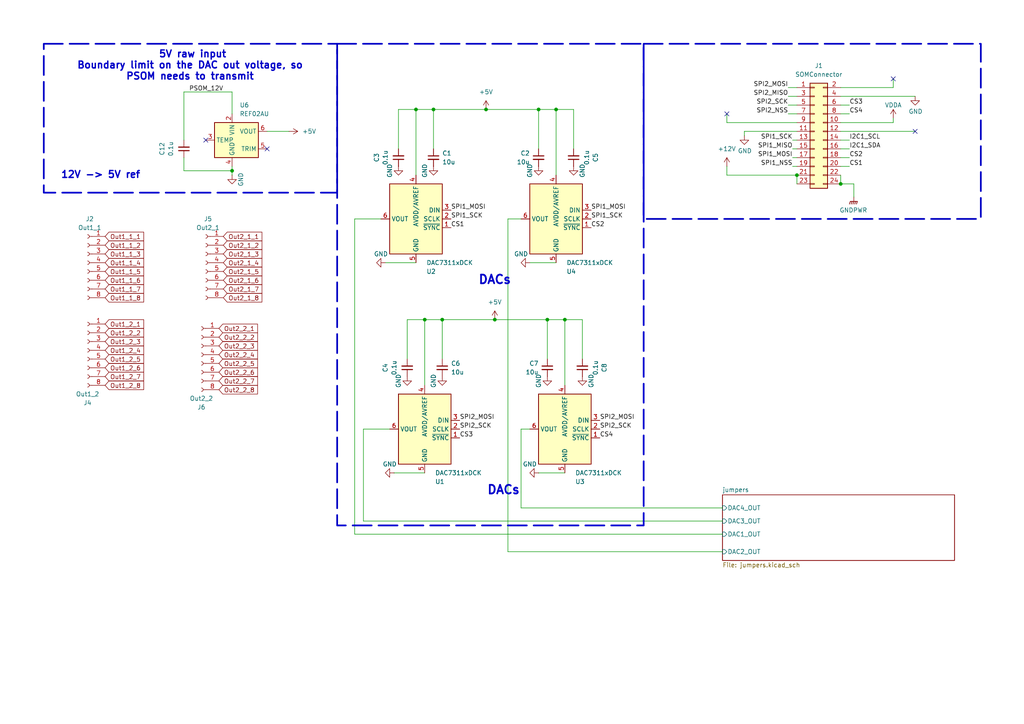
<source format=kicad_sch>
(kicad_sch (version 20231120) (generator "eeschema") (generator_version "8.0")
  (paper "A4")
  (lib_symbols
    (symbol "Analog_DAC:DAC7311xDCK"
      (property "Reference" "U" (at -7.62 11.43 0))
      (property "Value" "DAC7311xDCK" (at 7.62 -11.43 0))
      (symbol "DAC7311xDCK_0_1"
        (rectangle (start -7.62 10.16) (end 7.62 -10.16) (stroke (width 0.254)) (fill (type background)))
      )
      (symbol "DAC7311xDCK_1_1"
        (pin input line (at -10.16 -2.54 0) (length 2.54) (name "~{SYNC}") (number "1"))
        (pin input line (at -10.16 0 0) (length 2.54) (name "SCLK") (number "2"))
        (pin input line (at -10.16 2.54 0) (length 2.54) (name "DIN") (number "3"))
        (pin power_in line (at 0 12.7 270) (length 2.54) (name "AVDD/AVREF") (number "4"))
        (pin power_in line (at 0 -12.7 90) (length 2.54) (name "GND") (number "5"))
        (pin output line (at 10.16 0 180) (length 2.54) (name "VOUT") (number "6"))
      )
    )
    (symbol "Connector:Conn_01x08_Socket" (pin_names (offset 1.016) hide)
      (property "Reference" "J" (at 0 10.16 0))
      (property "Value" "Conn_01x08_Socket" (at 0 -12.7 0))
      (symbol "Conn_01x08_Socket_1_1"
        (arc (start 0 -9.652) (mid -0.5058 -10.16) (end 0 -10.668) (stroke (width 0.1524)))
        (arc (start 0 -7.112) (mid -0.5058 -7.62) (end 0 -8.128) (stroke (width 0.1524)))
        (arc (start 0 -4.572) (mid -0.5058 -5.08) (end 0 -5.588) (stroke (width 0.1524)))
        (arc (start 0 -2.032) (mid -0.5058 -2.54) (end 0 -3.048) (stroke (width 0.1524)))
        (polyline (pts (xy -1.27 -10.16) (xy -0.508 -10.16)) (stroke (width 0.1524)))
        (polyline (pts (xy -1.27 -7.62) (xy -0.508 -7.62)) (stroke (width 0.1524)))
        (polyline (pts (xy -1.27 -5.08) (xy -0.508 -5.08)) (stroke (width 0.1524)))
        (polyline (pts (xy -1.27 -2.54) (xy -0.508 -2.54)) (stroke (width 0.1524)))
        (polyline (pts (xy -1.27 0) (xy -0.508 0)) (stroke (width 0.1524)))
        (polyline (pts (xy -1.27 2.54) (xy -0.508 2.54)) (stroke (width 0.1524)))
        (polyline (pts (xy -1.27 5.08) (xy -0.508 5.08)) (stroke (width 0.1524)))
        (polyline (pts (xy -1.27 7.62) (xy -0.508 7.62)) (stroke (width 0.1524)))
        (arc (start 0 0.508) (mid -0.5058 0) (end 0 -0.508) (stroke (width 0.1524)))
        (arc (start 0 3.048) (mid -0.5058 2.54) (end 0 2.032) (stroke (width 0.1524)))
        (arc (start 0 5.588) (mid -0.5058 5.08) (end 0 4.572) (stroke (width 0.1524)))
        (arc (start 0 8.128) (mid -0.5058 7.62) (end 0 7.112) (stroke (width 0.1524)))
        (pin passive line (at -5.08 7.62 0) (length 3.81) (name "Pin_1") (number "1"))
        (pin passive line (at -5.08 5.08 0) (length 3.81) (name "Pin_2") (number "2"))
        (pin passive line (at -5.08 2.54 0) (length 3.81) (name "Pin_3") (number "3"))
        (pin passive line (at -5.08 0 0) (length 3.81) (name "Pin_4") (number "4"))
        (pin passive line (at -5.08 -2.54 0) (length 3.81) (name "Pin_5") (number "5"))
        (pin passive line (at -5.08 -5.08 0) (length 3.81) (name "Pin_6") (number "6"))
        (pin passive line (at -5.08 -7.62 0) (length 3.81) (name "Pin_7") (number "7"))
        (pin passive line (at -5.08 -10.16 0) (length 3.81) (name "Pin_8") (number "8"))
      )
    )
    (symbol "Connector_Generic:Conn_02x12_Odd_Even" (pin_names (offset 1.016) hide)
      (property "Reference" "J" (at 1.27 15.24 0))
      (property "Value" "Conn_02x12_Odd_Even" (at 1.27 -17.78 0))
      (symbol "Conn_02x12_Odd_Even_1_1"
        (rectangle (start -1.27 -15.113) (end 0 -15.367) (stroke (width 0.1524)))
        (rectangle (start -1.27 -12.573) (end 0 -12.827) (stroke (width 0.1524)))
        (rectangle (start -1.27 -10.033) (end 0 -10.287) (stroke (width 0.1524)))
        (rectangle (start -1.27 -7.493) (end 0 -7.747) (stroke (width 0.1524)))
        (rectangle (start -1.27 -4.953) (end 0 -5.207) (stroke (width 0.1524)))
        (rectangle (start -1.27 -2.413) (end 0 -2.667) (stroke (width 0.1524)))
        (rectangle (start -1.27 0.127) (end 0 -0.127) (stroke (width 0.1524)))
        (rectangle (start -1.27 2.667) (end 0 2.413) (stroke (width 0.1524)))
        (rectangle (start -1.27 5.207) (end 0 4.953) (stroke (width 0.1524)))
        (rectangle (start -1.27 7.747) (end 0 7.493) (stroke (width 0.1524)))
        (rectangle (start -1.27 10.287) (end 0 10.033) (stroke (width 0.1524)))
        (rectangle (start -1.27 12.827) (end 0 12.573) (stroke (width 0.1524)))
        (rectangle (start -1.27 13.97) (end 3.81 -16.51) (stroke (width 0.254)) (fill (type background)))
        (rectangle (start 3.81 -15.113) (end 2.54 -15.367) (stroke (width 0.1524)))
        (rectangle (start 3.81 -12.573) (end 2.54 -12.827) (stroke (width 0.1524)))
        (rectangle (start 3.81 -10.033) (end 2.54 -10.287) (stroke (width 0.1524)))
        (rectangle (start 3.81 -7.493) (end 2.54 -7.747) (stroke (width 0.1524)))
        (rectangle (start 3.81 -4.953) (end 2.54 -5.207) (stroke (width 0.1524)))
        (rectangle (start 3.81 -2.413) (end 2.54 -2.667) (stroke (width 0.1524)))
        (rectangle (start 3.81 0.127) (end 2.54 -0.127) (stroke (width 0.1524)))
        (rectangle (start 3.81 2.667) (end 2.54 2.413) (stroke (width 0.1524)))
        (rectangle (start 3.81 5.207) (end 2.54 4.953) (stroke (width 0.1524)))
        (rectangle (start 3.81 7.747) (end 2.54 7.493) (stroke (width 0.1524)))
        (rectangle (start 3.81 10.287) (end 2.54 10.033) (stroke (width 0.1524)))
        (rectangle (start 3.81 12.827) (end 2.54 12.573) (stroke (width 0.1524)))
        (pin passive line (at -5.08 12.7 0) (length 3.81) (name "Pin_1") (number "1"))
        (pin passive line (at 7.62 2.54 180) (length 3.81) (name "Pin_10") (number "10"))
        (pin passive line (at -5.08 0 0) (length 3.81) (name "Pin_11") (number "11"))
        (pin passive line (at 7.62 0 180) (length 3.81) (name "Pin_12") (number "12"))
        (pin passive line (at -5.08 -2.54 0) (length 3.81) (name "Pin_13") (number "13"))
        (pin passive line (at 7.62 -2.54 180) (length 3.81) (name "Pin_14") (number "14"))
        (pin passive line (at -5.08 -5.08 0) (length 3.81) (name "Pin_15") (number "15"))
        (pin passive line (at 7.62 -5.08 180) (length 3.81) (name "Pin_16") (number "16"))
        (pin passive line (at -5.08 -7.62 0) (length 3.81) (name "Pin_17") (number "17"))
        (pin passive line (at 7.62 -7.62 180) (length 3.81) (name "Pin_18") (number "18"))
        (pin passive line (at -5.08 -10.16 0) (length 3.81) (name "Pin_19") (number "19"))
        (pin passive line (at 7.62 12.7 180) (length 3.81) (name "Pin_2") (number "2"))
        (pin passive line (at 7.62 -10.16 180) (length 3.81) (name "Pin_20") (number "20"))
        (pin passive line (at -5.08 -12.7 0) (length 3.81) (name "Pin_21") (number "21"))
        (pin passive line (at 7.62 -12.7 180) (length 3.81) (name "Pin_22") (number "22"))
        (pin passive line (at -5.08 -15.24 0) (length 3.81) (name "Pin_23") (number "23"))
        (pin passive line (at 7.62 -15.24 180) (length 3.81) (name "Pin_24") (number "24"))
        (pin passive line (at -5.08 10.16 0) (length 3.81) (name "Pin_3") (number "3"))
        (pin passive line (at 7.62 10.16 180) (length 3.81) (name "Pin_4") (number "4"))
        (pin passive line (at -5.08 7.62 0) (length 3.81) (name "Pin_5") (number "5"))
        (pin passive line (at 7.62 7.62 180) (length 3.81) (name "Pin_6") (number "6"))
        (pin passive line (at -5.08 5.08 0) (length 3.81) (name "Pin_7") (number "7"))
        (pin passive line (at 7.62 5.08 180) (length 3.81) (name "Pin_8") (number "8"))
        (pin passive line (at -5.08 2.54 0) (length 3.81) (name "Pin_9") (number "9"))
      )
    )
    (symbol "Device:C_Small" (pin_numbers hide) (pin_names (offset 0.254) hide)
      (property "Reference" "C" (at 0.254 1.778 0))
      (property "Value" "C_Small" (at 0.254 -2.032 0))
      (symbol "C_Small_0_1"
        (polyline (pts (xy -1.524 -0.508) (xy 1.524 -0.508)) (stroke (width 0.3302)))
        (polyline (pts (xy -1.524 0.508) (xy 1.524 0.508)) (stroke (width 0.3048)))
      )
      (symbol "C_Small_1_1"
        (pin passive line (at 0 2.54 270) (length 2.032) (name "~") (number "1"))
        (pin passive line (at 0 -2.54 90) (length 2.032) (name "~") (number "2"))
      )
    )
    (symbol "Reference_Voltage:REF02AU"
      (property "Reference" "U" (at 1.905 8.255 0))
      (property "Value" "REF02AU" (at 0.635 6.35 0))
      (symbol "REF02AU_0_1"
        (rectangle (start -5.08 5.08) (end 7.62 -5.08) (stroke (width 0.254)) (fill (type background)))
      )
      (symbol "REF02AU_1_1"
        (pin no_connect line (at 2.54 -5.08 90) (length 2.54) hide (name "NC") (number "1"))
        (pin power_in line (at 0 7.62 270) (length 2.54) (name "VIN") (number "2"))
        (pin passive line (at -7.62 0 0) (length 2.54) (name "TEMP") (number "3"))
        (pin power_in line (at 0 -7.62 90) (length 2.54) (name "GND") (number "4"))
        (pin passive line (at 10.16 -2.54 180) (length 2.54) (name "TRIM") (number "5"))
        (pin power_out line (at 10.16 2.54 180) (length 2.54) (name "VOUT") (number "6"))
        (pin no_connect line (at -2.54 -5.08 90) (length 2.54) hide (name "NC") (number "7"))
        (pin no_connect line (at 7.62 0 180) (length 2.54) hide (name "NC") (number "8"))
      )
    )
    (symbol "power:+12V" (power) (pin_numbers hide) (pin_names (offset 0) hide)
      (property "Value" "+12V" (at 0 3.556 0))
      (symbol "+12V_0_1"
        (polyline (pts (xy -0.762 1.27) (xy 0 2.54)))
        (polyline (pts (xy 0 0) (xy 0 2.54)))
        (polyline (pts (xy 0 2.54) (xy 0.762 1.27)))
      )
      (symbol "+12V_1_1"
        (pin power_in line (at 0 0 90) (length 0) (name "~") (number "1"))
      )
    )
    (symbol "power:+5V" (power) (pin_numbers hide) (pin_names (offset 0) hide)
      (property "Value" "+5V" (at 0 3.556 0))
      (symbol "+5V_0_1"
        (polyline (pts (xy -0.762 1.27) (xy 0 2.54)))
        (polyline (pts (xy 0 0) (xy 0 2.54)))
        (polyline (pts (xy 0 2.54) (xy 0.762 1.27)))
      )
      (symbol "+5V_1_1"
        (pin power_in line (at 0 0 90) (length 0) (name "~") (number "1"))
      )
    )
    (symbol "power:GND" (power) (pin_numbers hide) (pin_names (offset 0) hide)
      (property "Value" "GND" (at 0 -3.81 0))
      (symbol "GND_0_1"
        (polyline (pts (xy 0 0) (xy 0 -1.27) (xy 1.27 -1.27) (xy 0 -2.54) (xy -1.27 -1.27) (xy 0 -1.27)))
      )
      (symbol "GND_1_1"
        (pin power_in line (at 0 0 270) (length 0) (name "~") (number "1"))
      )
    )
    (symbol "power:GNDPWR" (power) (pin_numbers hide) (pin_names (offset 0) hide)
      (property "Value" "GNDPWR" (at 0 -3.302 0))
      (symbol "GNDPWR_0_1"
        (polyline (pts (xy 0 -1.27) (xy 0 0)))
        (polyline (pts (xy -1.016 -1.27) (xy -1.27 -2.032) (xy -1.27 -2.032)) (stroke (width 0.2032)))
        (polyline (pts (xy -0.508 -1.27) (xy -0.762 -2.032) (xy -0.762 -2.032)) (stroke (width 0.2032)))
        (polyline (pts (xy 0 -1.27) (xy -0.254 -2.032) (xy -0.254 -2.032)) (stroke (width 0.2032)))
        (polyline (pts (xy 0.508 -1.27) (xy 0.254 -2.032) (xy 0.254 -2.032)) (stroke (width 0.2032)))
        (polyline (pts (xy 1.016 -1.27) (xy -1.016 -1.27) (xy -1.016 -1.27)) (stroke (width 0.2032)))
        (polyline (pts (xy 1.016 -1.27) (xy 0.762 -2.032) (xy 0.762 -2.032) (xy 0.762 -2.032)) (stroke (width 0.2032)))
      )
      (symbol "GNDPWR_1_1"
        (pin power_in line (at 0 0 270) (length 0) (name "~") (number "1"))
      )
    )
    (symbol "power:VDDA" (power) (pin_names (offset 0))
      (property "Value" "VDDA" (at 0 3.81 0))
      (symbol "VDDA_0_1"
        (polyline (pts (xy -0.762 1.27) (xy 0 2.54)))
        (polyline (pts (xy 0 0) (xy 0 2.54)))
        (polyline (pts (xy 0 2.54) (xy 0.762 1.27)))
      )
      (symbol "VDDA_1_1"
        (pin power_in line (at 0 0 90) (length 0) hide (name "VDDA") (number "1"))
      )
    )
  )
  (junction (at 120.65 31.75))
  (junction (at 143.51 92.71))
  (junction (at 140.97 31.75))
  (junction (at 156.21 31.75))
  (junction (at 243.84 53.34))
  (junction (at 231.14 50.8))
  (junction (at 123.19 92.71))
  (junction (at 161.29 31.75))
  (junction (at 158.75 92.71))
  (junction (at 128.27 92.71))
  (junction (at 67.31 49.53))
  (junction (at 163.83 92.71))
  (junction (at 125.73 31.75))
  (no_connect (at 210.82 33.02))
  (no_connect (at 259.08 22.86))
  (no_connect (at 265.43 38.1))
  (no_connect (at 59.69 40.64))
  (no_connect (at 77.47 43.18))
  (wire (pts (xy 53.34 49.53) (xy 67.31 49.53)))
  (wire (pts (xy 158.75 104.14) (xy 158.75 92.71)))
  (wire (pts (xy 243.84 30.48) (xy 246.38 30.48)))
  (wire (pts (xy 77.47 38.1) (xy 83.82 38.1)))
  (wire (pts (xy 147.32 63.5) (xy 147.32 160.02)))
  (wire (pts (xy 102.87 63.5) (xy 110.49 63.5)))
  (wire (pts (xy 53.34 26.67) (xy 53.34 40.64)))
  (wire (pts (xy 140.97 31.75) (xy 156.21 31.75)))
  (wire (pts (xy 153.67 76.2) (xy 161.29 76.2)))
  (wire (pts (xy 143.51 92.71) (xy 158.75 92.71)))
  (wire (pts (xy 120.65 31.75) (xy 120.65 50.8)))
  (wire (pts (xy 229.87 48.26) (xy 231.14 48.26)))
  (wire (pts (xy 125.73 31.75) (xy 125.73 43.18)))
  (wire (pts (xy 67.31 49.53) (xy 67.31 48.26)))
  (wire (pts (xy 210.82 50.8) (xy 231.14 50.8)))
  (wire (pts (xy 243.84 50.8) (xy 243.84 53.34)))
  (wire (pts (xy 243.84 38.1) (xy 265.43 38.1)))
  (wire (pts (xy 125.73 31.75) (xy 120.65 31.75)))
  (wire (pts (xy 128.27 92.71) (xy 123.19 92.71)))
  (wire (pts (xy 105.41 124.46) (xy 105.41 151.13)))
  (wire (pts (xy 243.84 45.72) (xy 246.38 45.72)))
  (wire (pts (xy 229.87 40.64) (xy 231.14 40.64)))
  (wire (pts (xy 166.37 43.18) (xy 166.37 31.75)))
  (wire (pts (xy 115.57 31.75) (xy 120.65 31.75)))
  (wire (pts (xy 156.21 137.16) (xy 163.83 137.16)))
  (wire (pts (xy 143.51 92.71) (xy 128.27 92.71)))
  (wire (pts (xy 115.57 43.18) (xy 115.57 31.75)))
  (wire (pts (xy 265.43 27.94) (xy 243.84 27.94)))
  (wire (pts (xy 209.55 154.94) (xy 102.87 154.94)))
  (wire (pts (xy 156.21 43.18) (xy 156.21 31.75)))
  (wire (pts (xy 156.21 31.75) (xy 161.29 31.75)))
  (wire (pts (xy 111.76 76.2) (xy 120.65 76.2)))
  (wire (pts (xy 210.82 35.56) (xy 231.14 35.56)))
  (wire (pts (xy 118.11 92.71) (xy 123.19 92.71)))
  (wire (pts (xy 228.6 27.94) (xy 231.14 27.94)))
  (wire (pts (xy 161.29 31.75) (xy 161.29 50.8)))
  (wire (pts (xy 118.11 104.14) (xy 118.11 92.71)))
  (wire (pts (xy 243.84 48.26) (xy 246.38 48.26)))
  (wire (pts (xy 243.84 40.64) (xy 246.38 40.64)))
  (wire (pts (xy 228.6 30.48) (xy 231.14 30.48)))
  (wire (pts (xy 163.83 92.71) (xy 163.83 111.76)))
  (wire (pts (xy 53.34 26.67) (xy 67.31 26.67)))
  (wire (pts (xy 140.97 31.75) (xy 125.73 31.75)))
  (wire (pts (xy 229.87 45.72) (xy 231.14 45.72)))
  (wire (pts (xy 123.19 92.71) (xy 123.19 111.76)))
  (wire (pts (xy 210.82 48.26) (xy 210.82 50.8)))
  (wire (pts (xy 210.82 33.02) (xy 210.82 35.56)))
  (wire (pts (xy 151.13 63.5) (xy 147.32 63.5)))
  (wire (pts (xy 247.65 57.15) (xy 247.65 53.34)))
  (wire (pts (xy 229.87 43.18) (xy 231.14 43.18)))
  (wire (pts (xy 228.6 33.02) (xy 231.14 33.02)))
  (wire (pts (xy 147.32 160.02) (xy 209.55 160.02)))
  (wire (pts (xy 259.08 25.4) (xy 243.84 25.4)))
  (wire (pts (xy 228.6 25.4) (xy 231.14 25.4)))
  (wire (pts (xy 215.9 39.37) (xy 215.9 38.1)))
  (wire (pts (xy 243.84 43.18) (xy 246.38 43.18)))
  (wire (pts (xy 128.27 92.71) (xy 128.27 104.14)))
  (wire (pts (xy 231.14 50.8) (xy 231.14 53.34)))
  (wire (pts (xy 168.91 104.14) (xy 168.91 92.71)))
  (wire (pts (xy 247.65 53.34) (xy 243.84 53.34)))
  (wire (pts (xy 67.31 49.53) (xy 67.31 50.8)))
  (wire (pts (xy 209.55 147.32) (xy 151.13 147.32)))
  (wire (pts (xy 259.08 22.86) (xy 259.08 25.4)))
  (wire (pts (xy 105.41 151.13) (xy 209.55 151.13)))
  (wire (pts (xy 243.84 33.02) (xy 246.38 33.02)))
  (wire (pts (xy 114.3 137.16) (xy 123.19 137.16)))
  (wire (pts (xy 153.67 124.46) (xy 151.13 124.46)))
  (wire (pts (xy 215.9 38.1) (xy 231.14 38.1)))
  (wire (pts (xy 113.03 124.46) (xy 105.41 124.46)))
  (wire (pts (xy 166.37 31.75) (xy 161.29 31.75)))
  (wire (pts (xy 151.13 124.46) (xy 151.13 147.32)))
  (wire (pts (xy 259.08 35.56) (xy 243.84 35.56)))
  (wire (pts (xy 102.87 154.94) (xy 102.87 63.5)))
  (wire (pts (xy 158.75 92.71) (xy 163.83 92.71)))
  (wire (pts (xy 67.31 33.02) (xy 67.31 26.67)))
  (wire (pts (xy 168.91 92.71) (xy 163.83 92.71)))
  (wire (pts (xy 53.34 45.72) (xy 53.34 49.53)))
  (wire (pts (xy 259.08 34.29) (xy 259.08 35.56)))
  (rectangle (start 97.79 12.7) (end 186.69 152.4) (stroke (width 0.5) (type dash)))
  (rectangle (start 186.69 12.7) (end 284.48 63.5) (stroke (width 0.5) (type dash)))
  (rectangle (start 12.7 12.7) (end 97.79 55.88) (stroke (width 0.5) (type dash)))
  (text "DACs" (at 143.51 81.28 0) (effects (font (size 2.5 2.5) (thickness 0.5) (bold yes))))
  (text "DACs" (at 146.05 142.24 0) (effects (font (size 2.5 2.5) (thickness 0.5) (bold yes))))
  (text "5V raw input\nBoundary limit on the DAC out voltage, so \nPSOM needs to transmit " (at 55.88 19.05 0) (effects (font (size 2 2) (thickness 0.4) (bold yes))))
  (text "12V -> 5V ref" (at 29.21 50.8 0) (effects (font (size 2 2) (thickness 0.4) (bold yes))))
  (label "SPI1_MOSI" (at 229.87 45.72 180))
  (label "SPI1_SCK" (at 229.87 40.64 180))
  (label "SPI1_MISO" (at 229.87 43.18 180))
  (label "SPI2_MISO" (at 228.6 27.94 180))
  (label "CS2" (at 171.45 66.04 0))
  (label "CS1" (at 246.38 48.26 0))
  (label "CS4" (at 173.99 127 0))
  (label "SPI2_SCK" (at 228.6 30.48 180))
  (label "CS2" (at 246.38 45.72 0))
  (label "SPI2_MOSI" (at 228.6 25.4 180))
  (label "SPI2_SCK" (at 173.99 124.46 0))
  (label "I2C1_SCL" (at 246.38 40.64 0))
  (label "SPI2_SCK" (at 133.35 124.46 0))
  (label "SPI1_MOSI" (at 130.81 60.96 0))
  (label "SPI2_MOSI" (at 173.99 121.92 0))
  (label "CS1" (at 130.81 66.04 0))
  (label "SPI1_NSS" (at 229.87 48.26 180))
  (label "PSOM_12V" (at 64.77 26.67 180))
  (label "CS3" (at 246.38 30.48 0))
  (label "CS4" (at 246.38 33.02 0))
  (label "SPI2_NSS" (at 228.6 33.02 180))
  (label "SPI2_MOSI" (at 133.35 121.92 0))
  (label "SPI1_SCK" (at 130.81 63.5 0))
  (label "SPI1_SCK" (at 171.45 63.5 0))
  (label "CS3" (at 133.35 127 0))
  (label "SPI1_MOSI" (at 171.45 60.96 0))
  (label "I2C1_SDA" (at 246.38 43.18 0))
  (global_label "Out2_2_3" (shape input) (at 63.5 100.33 0) (property "Intersheetrefs" "${INTERSHEET_REFS}" (effects (hide yes))))
  (global_label "Out1_1_6" (shape input) (at 30.48 81.28 0) (property "Intersheetrefs" "${INTERSHEET_REFS}" (effects (hide yes))))
  (global_label "Out2_2_5" (shape input) (at 63.5 105.41 0) (property "Intersheetrefs" "${INTERSHEET_REFS}" (effects (hide yes))))
  (global_label "Out1_2_4" (shape input) (at 30.48 101.6 0) (property "Intersheetrefs" "${INTERSHEET_REFS}" (effects (hide yes))))
  (global_label "Out1_1_2" (shape input) (at 30.48 71.12 0) (property "Intersheetrefs" "${INTERSHEET_REFS}" (effects (hide yes))))
  (global_label "Out1_2_3" (shape input) (at 30.48 99.06 0) (property "Intersheetrefs" "${INTERSHEET_REFS}" (effects (hide yes))))
  (global_label "Out2_1_8" (shape input) (at 64.77 86.36 0) (property "Intersheetrefs" "${INTERSHEET_REFS}" (effects (hide yes))))
  (global_label "Out2_2_2" (shape input) (at 63.5 97.79 0) (property "Intersheetrefs" "${INTERSHEET_REFS}" (effects (hide yes))))
  (global_label "Out1_1_4" (shape input) (at 30.48 76.2 0) (property "Intersheetrefs" "${INTERSHEET_REFS}" (effects (hide yes))))
  (global_label "Out2_2_8" (shape input) (at 63.5 113.03 0) (property "Intersheetrefs" "${INTERSHEET_REFS}" (effects (hide yes))))
  (global_label "Out2_2_1" (shape input) (at 63.5 95.25 0) (property "Intersheetrefs" "${INTERSHEET_REFS}" (effects (hide yes))))
  (global_label "Out2_2_4" (shape input) (at 63.5 102.87 0) (property "Intersheetrefs" "${INTERSHEET_REFS}" (effects (hide yes))))
  (global_label "Out2_1_5" (shape input) (at 64.77 78.74 0) (property "Intersheetrefs" "${INTERSHEET_REFS}" (effects (hide yes))))
  (global_label "Out2_1_1" (shape input) (at 64.77 68.58 0) (property "Intersheetrefs" "${INTERSHEET_REFS}" (effects (hide yes))))
  (global_label "Out2_2_7" (shape input) (at 63.5 110.49 0) (property "Intersheetrefs" "${INTERSHEET_REFS}" (effects (hide yes))))
  (global_label "Out1_1_7" (shape input) (at 30.48 83.82 0) (property "Intersheetrefs" "${INTERSHEET_REFS}" (effects (hide yes))))
  (global_label "Out2_2_6" (shape input) (at 63.5 107.95 0) (property "Intersheetrefs" "${INTERSHEET_REFS}" (effects (hide yes))))
  (global_label "Out2_1_2" (shape input) (at 64.77 71.12 0) (property "Intersheetrefs" "${INTERSHEET_REFS}" (effects (hide yes))))
  (global_label "Out2_1_6" (shape input) (at 64.77 81.28 0) (property "Intersheetrefs" "${INTERSHEET_REFS}" (effects (hide yes))))
  (global_label "Out1_2_7" (shape input) (at 30.48 109.22 0) (property "Intersheetrefs" "${INTERSHEET_REFS}" (effects (hide yes))))
  (global_label "Out2_1_7" (shape input) (at 64.77 83.82 0) (property "Intersheetrefs" "${INTERSHEET_REFS}" (effects (hide yes))))
  (global_label "Out2_1_3" (shape input) (at 64.77 73.66 0) (property "Intersheetrefs" "${INTERSHEET_REFS}" (effects (hide yes))))
  (global_label "Out1_2_8" (shape input) (at 30.48 111.76 0) (property "Intersheetrefs" "${INTERSHEET_REFS}" (effects (hide yes))))
  (global_label "Out1_2_5" (shape input) (at 30.48 104.14 0) (property "Intersheetrefs" "${INTERSHEET_REFS}" (effects (hide yes))))
  (global_label "Out1_1_3" (shape input) (at 30.48 73.66 0) (property "Intersheetrefs" "${INTERSHEET_REFS}" (effects (hide yes))))
  (global_label "Out1_1_1" (shape input) (at 30.48 68.58 0) (property "Intersheetrefs" "${INTERSHEET_REFS}" (effects (hide yes))))
  (global_label "Out2_1_4" (shape input) (at 64.77 76.2 0) (property "Intersheetrefs" "${INTERSHEET_REFS}" (effects (hide yes))))
  (global_label "Out1_2_6" (shape input) (at 30.48 106.68 0) (property "Intersheetrefs" "${INTERSHEET_REFS}" (effects (hide yes))))
  (global_label "Out1_1_5" (shape input) (at 30.48 78.74 0) (property "Intersheetrefs" "${INTERSHEET_REFS}" (effects (hide yes))))
  (global_label "Out1_2_1" (shape input) (at 30.48 93.98 0) (property "Intersheetrefs" "${INTERSHEET_REFS}" (effects (hide yes))))
  (global_label "Out1_1_8" (shape input) (at 30.48 86.36 0) (property "Intersheetrefs" "${INTERSHEET_REFS}" (effects (hide yes))))
  (global_label "Out1_2_2" (shape input) (at 30.48 96.52 0) (property "Intersheetrefs" "${INTERSHEET_REFS}" (effects (hide yes))))
  (symbol (lib_id "power:VDDA") (at 259.08 34.29 0) (unit 1)
    (property "Reference" "#PWR028" (effects (hide yes)))
    (property "Value" "VDDA" (at 259.08 30.48 0))
    (property "Description" "Power symbol creates a global label with name \"VDDA\"" (effects (hide yes)))
  )
  (symbol (lib_id "power:GND") (at 265.43 27.94 0) (unit 1)
    (property "Reference" "#PWR029" (effects (hide yes)))
    (property "Value" "GND" (at 265.557 32.3342 0))
    (property "Description" "Power symbol creates a global label with name \"GND\" , ground" (effects (hide yes)))
  )
  (symbol (lib_id "Connector:Conn_01x08_Socket") (at 59.69 76.2 0) (mirror y) (unit 1)
    (property "Reference" "J5" (at 60.325 63.5 0))
    (property "Value" "Out2_1" (at 60.325 66.04 0))
    (property "Footprint" "Connector_Molex:Molex_Micro-Fit_3.0_43650-0815_1x08_P3.00mm_Vertical" (effects (hide yes)))
    (property "Description" "Generic connector, single row, 01x08, script generated" (effects (hide yes)))
  )
  (symbol (lib_id "Device:C_Small") (at 168.91 106.68 0) (mirror x) (unit 1)
    (property "Reference" "C8" (at 175.26 106.6737 90))
    (property "Value" "0.1u" (at 172.72 106.6737 90))
    (property "Footprint" "Capacitor_SMD:C_0805_2012Metric_Pad1.18x1.45mm_HandSolder" (effects (hide yes)))
    (property "Description" "Unpolarized capacitor, small symbol" (effects (hide yes)))
  )
  (symbol (lib_id "power:GND") (at 114.3 137.16 270) (unit 1)
    (property "Reference" "#PWR016" (effects (hide yes)))
    (property "Value" "GND" (at 113.03 134.62 90))
    (property "Description" "Power symbol creates a global label with name \"GND\" , ground" (effects (hide yes)))
  )
  (symbol (lib_id "Device:C_Small") (at 128.27 106.68 0) (unit 1)
    (property "Reference" "C6" (at 130.81 105.4162 0) (effects (justify left)))
    (property "Value" "10u" (at 130.81 107.9562 0) (effects (justify left)))
    (property "Footprint" "Capacitor_SMD:C_0805_2012Metric_Pad1.18x1.45mm_HandSolder" (effects (hide yes)))
    (property "Description" "Unpolarized capacitor, small symbol" (effects (hide yes)))
  )
  (symbol (lib_id "Device:C_Small") (at 166.37 45.72 0) (mirror x) (unit 1)
    (property "Reference" "C5" (at 172.72 45.7137 90))
    (property "Value" "0.1u" (at 170.18 45.7137 90))
    (property "Footprint" "Capacitor_SMD:C_0805_2012Metric_Pad1.18x1.45mm_HandSolder" (effects (hide yes)))
    (property "Description" "Unpolarized capacitor, small symbol" (effects (hide yes)))
  )
  (symbol (lib_id "power:+5V") (at 143.51 92.71 0) (unit 1)
    (property "Reference" "#PWR019" (effects (hide yes)))
    (property "Value" "+5V" (at 143.51 87.63 0))
    (property "Description" "Power symbol creates a global label with name \"+5V\"" (effects (hide yes)))
  )
  (symbol (lib_id "Analog_DAC:DAC7311xDCK") (at 123.19 124.46 0) (mirror y) (unit 1)
    (property "Reference" "U1" (at 126.2065 139.7 0) (effects (justify right)))
    (property "Value" "DAC7311xDCK" (at 126.2065 137.16 0) (effects (justify right)))
    (property "Footprint" "Package_TO_SOT_SMD:SOT-363_SC-70-6" (effects (hide yes)))
    (property "Datasheet" "https://www.ti.com/lit/ds/symlink/dac5311.pdf" (effects (hide yes)))
    (property "Description" "12-Bit, Single-Channel, Voltage Output, Serial Interface Digital-to-Analog Converters, SC-70" (effects (hide yes)))
  )
  (symbol (lib_id "Analog_DAC:DAC7311xDCK") (at 163.83 124.46 0) (mirror y) (unit 1)
    (property "Reference" "U3" (at 166.8465 139.7 0) (effects (justify right)))
    (property "Value" "DAC7311xDCK" (at 166.8465 137.16 0) (effects (justify right)))
    (property "Footprint" "Package_TO_SOT_SMD:SOT-363_SC-70-6" (effects (hide yes)))
    (property "Datasheet" "https://www.ti.com/lit/ds/symlink/dac5311.pdf" (effects (hide yes)))
    (property "Description" "12-Bit, Single-Channel, Voltage Output, Serial Interface Digital-to-Analog Converters, SC-70" (effects (hide yes)))
  )
  (symbol (lib_id "power:GND") (at 125.73 48.26 0) (unit 1)
    (property "Reference" "#PWR09" (effects (hide yes)))
    (property "Value" "GND" (at 123.19 49.53 90))
    (property "Description" "Power symbol creates a global label with name \"GND\" , ground" (effects (hide yes)))
  )
  (symbol (lib_id "Connector:Conn_01x08_Socket") (at 58.42 102.87 0) (mirror y) (unit 1)
    (property "Reference" "J6" (at 58.42 118.11 0))
    (property "Value" "Out2_2" (at 58.42 115.57 0))
    (property "Footprint" "Connector_Molex:Molex_Micro-Fit_3.0_43650-0815_1x08_P3.00mm_Vertical" (effects (hide yes)))
    (property "Description" "Generic connector, single row, 01x08, script generated" (effects (hide yes)))
  )
  (symbol (lib_id "power:GND") (at 115.57 48.26 0) (unit 1)
    (property "Reference" "#PWR014" (effects (hide yes)))
    (property "Value" "GND" (at 113.03 49.53 90))
    (property "Description" "Power symbol creates a global label with name \"GND\" , ground" (effects (hide yes)))
  )
  (symbol (lib_id "Reference_Voltage:REF02AU") (at 67.31 40.64 0) (unit 1)
    (property "Reference" "U6" (at 69.5041 30.48 0) (effects (justify left)))
    (property "Value" "REF02AU" (at 69.5041 33.02 0) (effects (justify left)))
    (property "Footprint" "Package_SO:SOIC-8_3.9x4.9mm_P1.27mm" (effects (hide yes)))
    (property "Datasheet" "http://www.ti.com/lit/ds/symlink/ref02.pdf" (effects (hide yes)))
    (property "Description" "5V ±15mV Precision Voltage Reference, SO-8" (effects (hide yes)))
  )
  (symbol (lib_id "power:GND") (at 156.21 137.16 270) (unit 1)
    (property "Reference" "#PWR020" (effects (hide yes)))
    (property "Value" "GND" (at 153.67 134.62 90))
    (property "Description" "Power symbol creates a global label with name \"GND\" , ground" (effects (hide yes)))
  )
  (symbol (lib_id "Analog_DAC:DAC7311xDCK") (at 161.29 63.5 0) (mirror y) (unit 1)
    (property "Reference" "U4" (at 164.3065 78.74 0) (effects (justify right)))
    (property "Value" "DAC7311xDCK" (at 164.3065 76.2 0) (effects (justify right)))
    (property "Footprint" "Package_TO_SOT_SMD:SOT-363_SC-70-6" (effects (hide yes)))
    (property "Datasheet" "https://www.ti.com/lit/ds/symlink/dac5311.pdf" (effects (hide yes)))
    (property "Description" "12-Bit, Single-Channel, Voltage Output, Serial Interface Digital-to-Analog Converters, SC-70" (effects (hide yes)))
  )
  (symbol (lib_id "Connector:Conn_01x08_Socket") (at 25.4 76.2 0) (mirror y) (unit 1)
    (property "Reference" "J2" (at 26.035 63.5 0))
    (property "Value" "Out1_1" (at 26.035 66.04 0))
    (property "Footprint" "Connector_Molex:Molex_Micro-Fit_3.0_43650-0815_1x08_P3.00mm_Vertical" (effects (hide yes)))
    (property "Description" "Generic connector, single row, 01x08, script generated" (effects (hide yes)))
  )
  (symbol (lib_id "power:GND") (at 128.27 109.22 0) (unit 1)
    (property "Reference" "#PWR018" (effects (hide yes)))
    (property "Value" "GND" (at 125.73 110.49 90))
    (property "Description" "Power symbol creates a global label with name \"GND\" , ground" (effects (hide yes)))
  )
  (symbol (lib_id "power:GND") (at 166.37 48.26 0) (mirror y) (unit 1)
    (property "Reference" "#PWR015" (effects (hide yes)))
    (property "Value" "GND" (at 168.91 49.53 90))
    (property "Description" "Power symbol creates a global label with name \"GND\" , ground" (effects (hide yes)))
  )
  (symbol (lib_id "Device:C_Small") (at 156.21 45.72 0) (mirror y) (unit 1)
    (property "Reference" "C2" (at 153.67 44.4562 0) (effects (justify left)))
    (property "Value" "10u" (at 153.67 46.9962 0) (effects (justify left)))
    (property "Footprint" "Capacitor_SMD:C_0805_2012Metric_Pad1.18x1.45mm_HandSolder" (effects (hide yes)))
    (property "Description" "Unpolarized capacitor, small symbol" (effects (hide yes)))
  )
  (symbol (lib_id "Device:C_Small") (at 118.11 106.68 180) (unit 1)
    (property "Reference" "C4" (at 111.76 106.6737 90))
    (property "Value" "0.1u" (at 114.3 106.6737 90))
    (property "Footprint" "Capacitor_SMD:C_0805_2012Metric_Pad1.18x1.45mm_HandSolder" (effects (hide yes)))
    (property "Description" "Unpolarized capacitor, small symbol" (effects (hide yes)))
  )
  (symbol (lib_id "Connector:Conn_01x08_Socket") (at 25.4 101.6 0) (mirror y) (unit 1)
    (property "Reference" "J4" (at 25.4 116.84 0))
    (property "Value" "Out1_2" (at 25.4 114.3 0))
    (property "Footprint" "Connector_Molex:Molex_Micro-Fit_3.0_43650-0815_1x08_P3.00mm_Vertical" (effects (hide yes)))
    (property "Description" "Generic connector, single row, 01x08, script generated" (effects (hide yes)))
  )
  (symbol (lib_id "power:GND") (at 158.75 109.22 0) (unit 1)
    (property "Reference" "#PWR021" (effects (hide yes)))
    (property "Value" "GND" (at 156.21 110.49 90))
    (property "Description" "Power symbol creates a global label with name \"GND\" , ground" (effects (hide yes)))
  )
  (symbol (lib_id "power:+12V") (at 210.82 48.26 0) (unit 1)
    (property "Reference" "#PWR024" (effects (hide yes)))
    (property "Value" "+12V" (at 210.82 43.18 0))
    (property "Description" "Power symbol creates a global label with name \"+12V\"" (effects (hide yes)))
  )
  (symbol (lib_id "power:+5V") (at 140.97 31.75 0) (unit 1)
    (property "Reference" "#PWR07" (effects (hide yes)))
    (property "Value" "+5V" (at 140.97 26.67 0))
    (property "Description" "Power symbol creates a global label with name \"+5V\"" (effects (hide yes)))
  )
  (symbol (lib_id "power:GND") (at 153.67 76.2 270) (unit 1)
    (property "Reference" "#PWR08" (effects (hide yes)))
    (property "Value" "GND" (at 151.13 73.66 90))
    (property "Description" "Power symbol creates a global label with name \"GND\" , ground" (effects (hide yes)))
  )
  (symbol (lib_id "power:GND") (at 215.9 39.37 0) (unit 1)
    (property "Reference" "#PWR025" (effects (hide yes)))
    (property "Value" "GND" (at 216.027 43.7642 0))
    (property "Description" "Power symbol creates a global label with name \"GND\" , ground" (effects (hide yes)))
  )
  (symbol (lib_id "Analog_DAC:DAC7311xDCK") (at 120.65 63.5 0) (mirror y) (unit 1)
    (property "Reference" "U2" (at 123.6665 78.74 0) (effects (justify right)))
    (property "Value" "DAC7311xDCK" (at 123.6665 76.2 0) (effects (justify right)))
    (property "Footprint" "Package_TO_SOT_SMD:SOT-363_SC-70-6" (effects (hide yes)))
    (property "Datasheet" "https://www.ti.com/lit/ds/symlink/dac5311.pdf" (effects (hide yes)))
    (property "Description" "12-Bit, Single-Channel, Voltage Output, Serial Interface Digital-to-Analog Converters, SC-70" (effects (hide yes)))
  )
  (symbol (lib_id "power:GND") (at 118.11 109.22 0) (unit 1)
    (property "Reference" "#PWR017" (effects (hide yes)))
    (property "Value" "GND" (at 115.57 110.49 90))
    (property "Description" "Power symbol creates a global label with name \"GND\" , ground" (effects (hide yes)))
  )
  (symbol (lib_id "power:GND") (at 168.91 109.22 0) (mirror y) (unit 1)
    (property "Reference" "#PWR022" (effects (hide yes)))
    (property "Value" "GND" (at 171.45 110.49 90))
    (property "Description" "Power symbol creates a global label with name \"GND\" , ground" (effects (hide yes)))
  )
  (symbol (lib_id "Device:C_Small") (at 53.34 43.18 180) (unit 1)
    (property "Reference" "C12" (at 46.99 43.1737 90))
    (property "Value" "0.1u" (at 49.53 43.1737 90))
    (property "Footprint" "Capacitor_SMD:C_0805_2012Metric_Pad1.18x1.45mm_HandSolder" (effects (hide yes)))
    (property "Description" "Unpolarized capacitor, small symbol" (effects (hide yes)))
  )
  (symbol (lib_id "power:GNDPWR") (at 247.65 57.15 0) (unit 1)
    (property "Reference" "#PWR026" (effects (hide yes)))
    (property "Value" "GNDPWR" (at 247.523 60.96 0))
    (property "Description" "Power symbol creates a global label with name \"GNDPWR\" , global ground" (effects (hide yes)))
  )
  (symbol (lib_id "Connector_Generic:Conn_02x12_Odd_Even") (at 236.22 38.1 0) (unit 1)
    (property "Reference" "J1" (at 237.49 19.05 0))
    (property "Value" "SOMConnector" (at 237.49 21.59 0))
    (property "Footprint" "UTSVT_Connectors:Molex_53307-2071" (effects (hide yes)))
    (property "Description" "Generic connector, double row, 02x12, odd/even pin numbering scheme (row 1 odd numbers, row 2 even numbers), script generated (kicad-library-utils/schlib/autogen/connector/)" (effects (hide yes)))
  )
  (symbol (lib_id "power:GND") (at 111.76 76.2 270) (unit 1)
    (property "Reference" "#PWR06" (effects (hide yes)))
    (property "Value" "GND" (at 110.49 73.66 90))
    (property "Description" "Power symbol creates a global label with name \"GND\" , ground" (effects (hide yes)))
  )
  (symbol (lib_id "Device:C_Small") (at 125.73 45.72 0) (unit 1)
    (property "Reference" "C1" (at 128.27 44.4562 0) (effects (justify left)))
    (property "Value" "10u" (at 128.27 46.9962 0) (effects (justify left)))
    (property "Footprint" "Capacitor_SMD:C_0805_2012Metric_Pad1.18x1.45mm_HandSolder" (effects (hide yes)))
    (property "Description" "Unpolarized capacitor, small symbol" (effects (hide yes)))
  )
  (symbol (lib_id "power:+5V") (at 83.82 38.1 270) (unit 1)
    (property "Reference" "#PWR03" (effects (hide yes)))
    (property "Value" "+5V" (at 87.63 38.0999 90) (effects (justify left)))
    (property "Description" "Power symbol creates a global label with name \"+5V\"" (effects (hide yes)))
  )
  (symbol (lib_id "power:GND") (at 156.21 48.26 0) (unit 1)
    (property "Reference" "#PWR013" (effects (hide yes)))
    (property "Value" "GND" (at 153.67 49.53 90))
    (property "Description" "Power symbol creates a global label with name \"GND\" , ground" (effects (hide yes)))
  )
  (symbol (lib_id "power:GND") (at 67.31 50.8 0) (mirror y) (unit 1)
    (property "Reference" "#PWR04" (effects (hide yes)))
    (property "Value" "GND" (at 69.85 52.07 90))
    (property "Description" "Power symbol creates a global label with name \"GND\" , ground" (effects (hide yes)))
  )
  (symbol (lib_id "Device:C_Small") (at 115.57 45.72 180) (unit 1)
    (property "Reference" "C3" (at 109.22 45.7137 90))
    (property "Value" "0.1u" (at 111.76 45.7137 90))
    (property "Footprint" "Capacitor_SMD:C_0805_2012Metric_Pad1.18x1.45mm_HandSolder" (effects (hide yes)))
    (property "Description" "Unpolarized capacitor, small symbol" (effects (hide yes)))
  )
  (symbol (lib_id "Device:C_Small") (at 158.75 106.68 0) (mirror y) (unit 1)
    (property "Reference" "C7" (at 156.21 105.4162 0) (effects (justify left)))
    (property "Value" "10u" (at 156.21 107.9562 0) (effects (justify left)))
    (property "Footprint" "Capacitor_SMD:C_0805_2012Metric_Pad1.18x1.45mm_HandSolder" (effects (hide yes)))
    (property "Description" "Unpolarized capacitor, small symbol" (effects (hide yes)))
  )
  (sheet (at 209.55 143.51) (size 67.31 19.05) (stroke (width 0.1524))
    (property "Sheetname" "jumpers" (at 209.55 142.7984 0) (effects (justify left bottom)))
    (property "Sheetfile" "jumpers.kicad_sch" (at 209.55 163.1446 0) (effects (justify left top)))
    (pin "DAC4_OUT" input (at 209.55 147.32 180))
    (pin "DAC1_OUT" input (at 209.55 154.94 180))
    (pin "DAC2_OUT" input (at 209.55 160.02 180))
    (pin "DAC3_OUT" input (at 209.55 151.13 180))
  )
)
</source>
